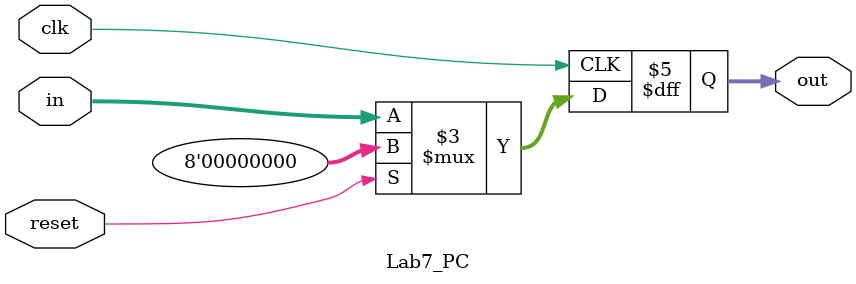
<source format=v>
module Lab7_PC(in,out,clk,reset);
    input [7:0] in;
    input clk,reset;
    output reg [7:0] out;

    always @(posedge clk)
    begin
        if (reset)
            out = 8'b0;
        else
            out = in;
    end

endmodule

</source>
